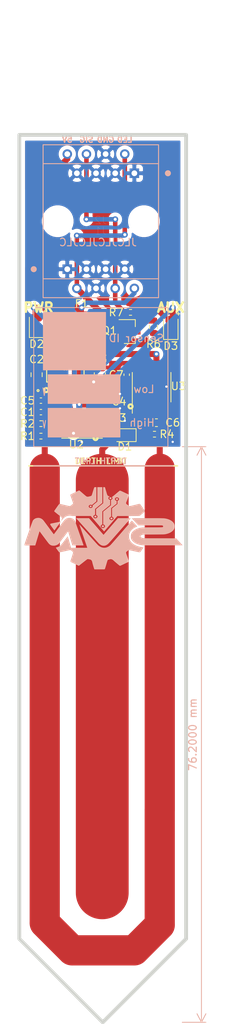
<source format=kicad_pcb>
(kicad_pcb (version 20211014) (generator pcbnew)
  (layers (0 "F.Cu" signal) (31 "B.Cu" signal) (34 "B.Paste" user) (35 "F.Paste" user) (36 "B.SilkS" user "B.Silkscreen") (37 "F.SilkS" user "F.Silkscreen") (38 "B.Mask" user) (39 "F.Mask" user) (44 "Edge.Cuts" user))
  (net 0 "")
  (net 1 "GND")
  (net 2 "Net-(C1-Pad1)")
  (net 3 "VCC")
  (net 4 "+5V")
  (net 5 "Net-(C5-Pad1)")
  (net 6 "Net-(C6-Pad1)")
  (net 7 "Sig")
  (net 8 "Net-(R1-Pad2)")
  (net 9 "MoistureSensor")
  (net 10 "Net-(U3-Pad8)")
  (net 11 "Net-(U3-Pad5)")
  (net 12 "Net-(U3-Pad1)")
  (net 13 "Net-(R3-Pad2)")
  (net 14 "Net-(C2-Pad1)")
  (net 15 "Net-(D2-Pad1)")
  (net 16 "Net-(D3-Pad1)")
  (net 17 "LED_AUX")
  (net 18 "Net-(Q1-Pad1)")
  (net 19 "Net-(Q1-Pad3)")
  (footprint "Capacitor_SMD:C_0402_1005Metric" (layer "F.Cu") (at 132.3975 72.263 180)
    (fp_text reference "C1" (at 1.778 0) (layer "F.SilkS"))
    (fp_text value "470pF")
    (pad "1" smd roundrect locked (at -0.48 0 180) (size 0.56 0.62) (layers "F.Cu" "F.Paste" "F.Mask") (net 2 "Net-(C1-Pad1)"))
    (pad "2" smd roundrect locked (at 0.48 0 180) (size 0.56 0.62) (layers "F.Cu" "F.Paste" "F.Mask") (net 1 "GND"))
  )
  (footprint "Capacitor_SMD:C_0805_2012Metric" (layer "F.Cu") (at 131.826 67.31 -90)
    (fp_text reference "C2" (at -2.032 0 180) (layer "F.SilkS"))
    (fp_text value "10uF")
    (pad "1" smd roundrect locked (at -0.95 0 270) (size 1 1.45) (layers "F.Cu" "F.Paste" "F.Mask") (net 14 "Net-(C2-Pad1)"))
    (pad "2" smd roundrect locked (at 0.95 0 270) (size 1 1.45) (layers "F.Cu" "F.Paste" "F.Mask") (net 1 "GND"))
  )
  (footprint "Capacitor_SMD:C_0805_2012Metric" (layer "F.Cu") (at 140.208 67.31 90)
    (fp_text reference "C3" (at 2.032 0 180) (layer "F.SilkS"))
    (fp_text value "10uF")
    (pad "1" smd roundrect locked (at -0.95 0 90) (size 1 1.45) (layers "F.Cu" "F.Paste" "F.Mask") (net 4 "+5V"))
    (pad "2" smd roundrect locked (at 0.95 0 90) (size 1 1.45) (layers "F.Cu" "F.Paste" "F.Mask") (net 1 "GND"))
  )
  (footprint "Capacitor_SMD:C_0402_1005Metric" (layer "F.Cu") (at 141.351 70.739 -90)
    (fp_text reference "C4" (at 0.127 -1.397 180) (layer "F.SilkS"))
    (fp_text value "100nF")
    (pad "1" smd roundrect locked (at -0.48 0 270) (size 0.56 0.62) (layers "F.Cu" "F.Paste" "F.Mask") (net 1 "GND"))
    (pad "2" smd roundrect locked (at 0.48 0 270) (size 0.56 0.62) (layers "F.Cu" "F.Paste" "F.Mask") (net 4 "+5V"))
  )
  (footprint "Capacitor_SMD:C_0402_1005Metric" (layer "F.Cu") (at 132.3975 70.739 180)
    (fp_text reference "C5" (at 1.778 0) (layer "F.SilkS"))
    (fp_text value "10nF")
    (pad "1" smd roundrect locked (at -0.48 0 180) (size 0.56 0.62) (layers "F.Cu" "F.Paste" "F.Mask") (net 5 "Net-(C5-Pad1)"))
    (pad "2" smd roundrect locked (at 0.48 0 180) (size 0.56 0.62) (layers "F.Cu" "F.Paste" "F.Mask") (net 1 "GND"))
  )
  (footprint "Capacitor_SMD:C_0603_1608Metric" (layer "F.Cu") (at 147.701 73.66)
    (fp_text reference "C6" (at 2.159 0) (layer "F.SilkS"))
    (fp_text value "1uF")
    (pad "1" smd roundrect locked (at -0.775 0) (size 0.9 0.95) (layers "F.Cu" "F.Paste" "F.Mask") (net 6 "Net-(C6-Pad1)"))
    (pad "2" smd roundrect locked (at 0.775 0) (size 0.9 0.95) (layers "F.Cu" "F.Paste" "F.Mask") (net 1 "GND"))
  )
  (footprint "Capacitor_SMD:C_0402_1005Metric" (layer "F.Cu") (at 143.764 67.31 -90)
    (fp_text reference "C7" (at 0 1.397 180) (layer "F.SilkS"))
    (fp_text value "100nF")
    (pad "1" smd roundrect locked (at -0.48 0 270) (size 0.56 0.62) (layers "F.Cu" "F.Paste" "F.Mask") (net 1 "GND"))
    (pad "2" smd roundrect locked (at 0.48 0 270) (size 0.56 0.62) (layers "F.Cu" "F.Paste" "F.Mask") (net 4 "+5V"))
  )
  (footprint "Diode_SMD:D_SOD-323F" (layer "F.Cu") (at 143.51 75.311 180)
    (fp_text reference "D1" (at 0 -1.524) (layer "F.SilkS"))
    (fp_text value "1N4148")
    (pad "1" smd rect locked (at -1.1 0 180) (size 0.5 0.5) (layers "F.Cu" "F.Paste" "F.Mask") (net 6 "Net-(C6-Pad1)"))
    (pad "2" smd rect locked (at 1.1 0 180) (size 0.5 0.5) (layers "F.Cu" "F.Paste" "F.Mask") (net 9 "MoistureSensor"))
  )
  (footprint "Resistor_SMD:R_0402_1005Metric" (layer "F.Cu") (at 132.3975 75.438 180)
    (fp_text reference "R1" (at 1.778 0) (layer "F.SilkS"))
    (fp_text value "330")
    (pad "1" smd roundrect locked (at -0.51 0 180) (size 0.54 0.64) (layers "F.Cu" "F.Paste" "F.Mask") (net 4 "+5V"))
    (pad "2" smd roundrect locked (at 0.51 0 180) (size 0.54 0.64) (layers "F.Cu" "F.Paste" "F.Mask") (net 8 "Net-(R1-Pad2)"))
  )
  (footprint "Resistor_SMD:R_0402_1005Metric" (layer "F.Cu") (at 132.3975 73.787 180)
    (fp_text reference "R2" (at 1.778 0 180) (layer "F.SilkS"))
    (fp_text value "1.5k")
    (pad "1" smd roundrect locked (at -0.51 0 180) (size 0.54 0.64) (layers "F.Cu" "F.Paste" "F.Mask") (net 8 "Net-(R1-Pad2)"))
    (pad "2" smd roundrect locked (at 0.51 0 180) (size 0.54 0.64) (layers "F.Cu" "F.Paste" "F.Mask") (net 2 "Net-(C1-Pad1)"))
  )
  (footprint "Resistor_SMD:R_0402_1005Metric" (layer "F.Cu") (at 141.351 73.025 90)
    (fp_text reference "R3" (at 0 1.397 180) (layer "F.SilkS"))
    (fp_text value "10k")
    (pad "1" smd roundrect locked (at -0.51 0 90) (size 0.54 0.64) (layers "F.Cu" "F.Paste" "F.Mask") (net 9 "MoistureSensor"))
    (pad "2" smd roundrect locked (at 0.51 0 90) (size 0.54 0.64) (layers "F.Cu" "F.Paste" "F.Mask") (net 13 "Net-(R3-Pad2)"))
  )
  (footprint "Resistor_SMD:R_0402_1005Metric" (layer "F.Cu") (at 147.447 75.184)
    (fp_text reference "R4" (at 1.651 0) (layer "F.SilkS"))
    (fp_text value "1M")
    (pad "1" smd roundrect locked (at -0.51 0) (size 0.54 0.64) (layers "F.Cu" "F.Paste" "F.Mask") (net 6 "Net-(C6-Pad1)"))
    (pad "2" smd roundrect locked (at 0.51 0) (size 0.54 0.64) (layers "F.Cu" "F.Paste" "F.Mask") (net 1 "GND"))
  )
  (footprint "HT75501SOT89TRLF:HT7550-1-SOT89TRLF" (layer "F.Cu") (at 135.636 66.802)
    (fp_text reference "U1" (at 2.286 -2.286) (layer "F.SilkS"))
    (fp_text value "HT7550" hide)
    (fp_text user "*" (at 0 0) (layer "F.SilkS"))
    (fp_line (start 0.2794 1.3716) (end 0.2794 1.3462) (layer "F.Cu") (width 0.1524))
    (fp_line (start 0.9398 -3.0226) (end 0.9398 0.7366) (layer "F.Cu") (width 0.1524))
    (fp_line (start 0.2794 1.3462) (end -0.2794 1.3462) (layer "F.Cu") (width 0.1524))
    (fp_line (start -0.9398 -3.0226) (end 0.9398 -3.0226) (layer "F.Cu") (width 0.1524))
    (fp_line (start -0.2794 1.3462) (end -0.2794 1.3462) (layer "F.Cu") (width 0.1524))
    (fp_line (start -0.2794 1.3462) (end -0.9398 0.7366) (layer "F.Cu") (width 0.1524))
    (fp_line (start -0.9398 0.7366) (end -0.9398 -3.0226) (layer "F.Cu") (width 0.1524))
    (fp_line (start 0.9398 0.7366) (end 0.2794 1.3716) (layer "F.Cu") (width 0.1524))
    (pad "1" smd rect locked (at -1.4986 2.0447) (size 0.4826 1.397) (layers "F.Cu" "F.Paste" "F.Mask") (net 1 "GND"))
    (pad "2" smd rect locked (at 0 2.0447) (size 0.5588 1.397) (layers "F.Cu" "F.Paste" "F.Mask") (net 14 "Net-(C2-Pad1)"))
    (pad "3" smd rect locked (at 1.4986 2.0447) (size 0.4826 1.397) (layers "F.Cu" "F.Paste" "F.Mask") (net 4 "+5V"))
  )
  (footprint "Package_SO:SOIC-8_3.9x4.9mm_P1.27mm" (layer "F.Cu") (at 137.0965 73.152 180)
    (fp_text reference "U2" (at 0 -3.4) (layer "F.SilkS"))
    (fp_text value "TLC555CDR")
    (pad "1" smd roundrect locked (at -2.475 -1.905 180) (size 1.95 0.6) (layers "F.Cu" "F.Paste" "F.Mask") (net 1 "GND"))
    (pad "2" smd roundrect locked (at -2.475 -0.635 180) (size 1.95 0.6) (layers "F.Cu" "F.Paste" "F.Mask") (net 2 "Net-(C1-Pad1)"))
    (pad "3" smd roundrect locked (at -2.475 0.635 180) (size 1.95 0.6) (layers "F.Cu" "F.Paste" "F.Mask") (net 13 "Net-(R3-Pad2)"))
    (pad "4" smd roundrect locked (at -2.475 1.905 180) (size 1.95 0.6) (layers "F.Cu" "F.Paste" "F.Mask") (net 4 "+5V"))
    (pad "5" smd roundrect locked (at 2.475 1.905 180) (size 1.95 0.6) (layers "F.Cu" "F.Paste" "F.Mask") (net 5 "Net-(C5-Pad1)"))
    (pad "6" smd roundrect locked (at 2.475 0.635 180) (size 1.95 0.6) (layers "F.Cu" "F.Paste" "F.Mask") (net 2 "Net-(C1-Pad1)"))
    (pad "7" smd roundrect locked (at 2.475 -0.635 180) (size 1.95 0.6) (layers "F.Cu" "F.Paste" "F.Mask") (net 8 "Net-(R1-Pad2)"))
    (pad "8" smd roundrect locked (at 2.475 -1.905 180) (size 1.95 0.6) (layers "F.Cu" "F.Paste" "F.Mask") (net 4 "+5V"))
  )
  (footprint "Package_SO:SOIC-8_3.9x4.9mm_P1.27mm" (layer "F.Cu") (at 147.066 68.961 90)
    (fp_text reference "U3" (at 0.127 3.556 180) (layer "F.SilkS"))
    (fp_text value "OP07")
    (pad "1" smd roundrect locked (at -2.475 -1.905 90) (size 1.95 0.6) (layers "F.Cu" "F.Paste" "F.Mask") (net 12 "Net-(U3-Pad1)"))
    (pad "2" smd roundrect locked (at -2.475 -0.635 90) (size 1.95 0.6) (layers "F.Cu" "F.Paste" "F.Mask") (net 7 "Sig"))
    (pad "3" smd roundrect locked (at -2.475 0.635 90) (size 1.95 0.6) (layers "F.Cu" "F.Paste" "F.Mask") (net 6 "Net-(C6-Pad1)"))
    (pad "4" smd roundrect locked (at -2.475 1.905 90) (size 1.95 0.6) (layers "F.Cu" "F.Paste" "F.Mask") (net 1 "GND"))
    (pad "5" smd roundrect locked (at 2.475 1.905 90) (size 1.95 0.6) (layers "F.Cu" "F.Paste" "F.Mask") (net 11 "Net-(U3-Pad5)"))
    (pad "6" smd roundrect locked (at 2.475 0.635 90) (size 1.95 0.6) (layers "F.Cu" "F.Paste" "F.Mask") (net 7 "Sig"))
    (pad "7" smd roundrect locked (at 2.475 -0.635 90) (size 1.95 0.6) (layers "F.Cu" "F.Paste" "F.Mask") (net 4 "+5V"))
    (pad "8" smd roundrect locked (at 2.475 -1.905 90) (size 1.95 0.6) (layers "F.Cu" "F.Paste" "F.Mask") (net 10 "Net-(U3-Pad8)"))
  )
  (footprint "Resistor_SMD:R_0603_1608Metric" (layer "F.Cu") (at 147.32 60.96 90)
    (fp_text reference "R6" (at -2.286 0 180) (layer "F.SilkS"))
    (fp_text value "1.1k")
    (pad "1" smd roundrect locked (at -0.825 0 90) (size 0.8 0.95) (layers "F.Cu" "F.Paste" "F.Mask") (net 16 "Net-(D3-Pad1)"))
    (pad "2" smd roundrect locked (at 0.825 0 90) (size 0.8 0.95) (layers "F.Cu" "F.Paste" "F.Mask") (net 19 "Net-(Q1-Pad3)"))
  )
  (footprint "Resistor_SMD:R_0402_1005Metric" (layer "F.Cu") (at 144.27 59.055 180)
    (fp_text reference "R7" (at 1.905 0) (layer "F.SilkS"))
    (fp_text value "10k")
    (pad "1" smd roundrect locked (at -0.51 0 180) (size 0.54 0.64) (layers "F.Cu" "F.Paste" "F.Mask") (net 18 "Net-(Q1-Pad1)"))
    (pad "2" smd roundrect locked (at 0.51 0 180) (size 0.54 0.64) (layers "F.Cu" "F.Paste" "F.Mask") (net 17 "LED_AUX"))
  )
  (footprint "Package_TO_SOT_SMD:SOT-23" (layer "F.Cu") (at 144.145 61.595)
    (fp_text reference "Q1" (at -2.667 -0.127) (layer "F.SilkS"))
    (fp_text value "Q_NPN_BEC")
    (pad "1" smd rect locked (at -1 -0.95) (size 0.9 0.8) (layers "F.Cu" "F.Paste" "F.Mask") (net 18 "Net-(Q1-Pad1)"))
    (pad "2" smd rect locked (at -1 0.95) (size 0.9 0.8) (layers "F.Cu" "F.Paste" "F.Mask") (net 1 "GND"))
    (pad "3" smd rect locked (at 1 0) (size 0.9 0.8) (layers "F.Cu" "F.Paste" "F.Mask") (net 19 "Net-(Q1-Pad3)"))
  )
  (footprint "Fuse:Fuse_1206_3216Metric" (layer "F.Cu") (at 137.795 60.96 90)
    (fp_text reference "F1" (at 3.048 0 180) (layer "F.SilkS"))
    (fp_text value "50mA")
    (pad "1" smd roundrect locked (at -1.4 0 90) (size 1.25 1.75) (layers "F.Cu" "F.Paste" "F.Mask") (roundrect_rratio 0.2) (net 14 "Net-(C2-Pad1)"))
    (pad "2" smd roundrect locked (at 1.4 0 90) (size 1.25 1.75) (layers "F.Cu" "F.Paste" "F.Mask") (roundrect_rratio 0.2) (net 3 "VCC"))
  )
  (footprint "LED_SMD:LED_0805_2012Metric" (layer "F.Cu") (at 131.826 60.706 90)
    (fp_text reference "D2" (at -2.54 0 180) (layer "F.SilkS"))
    (fp_text value "RED LED")
    (pad "1" smd roundrect locked (at -0.9375 0 90) (size 0.975 1.4) (layers "F.Cu" "F.Paste" "F.Mask") (net 15 "Net-(D2-Pad1)"))
    (pad "2" smd roundrect locked (at 0.9375 0 90) (size 0.975 1.4) (layers "F.Cu" "F.Paste" "F.Mask") (net 4 "+5V"))
  )
  (footprint "LED_SMD:LED_0805_2012Metric" (layer "F.Cu") (at 149.606 60.96 90)
    (fp_text reference "D3" (at -2.54 0 180) (layer "F.SilkS"))
    (fp_text value "BLUE LED")
    (pad "1" smd roundrect locked (at -0.9375 0 90) (size 0.975 1.4) (layers "F.Cu" "F.Paste" "F.Mask") (net 16 "Net-(D3-Pad1)"))
    (pad "2" smd roundrect locked (at 0.9375 0 90) (size 0.975 1.4) (layers "F.Cu" "F.Paste" "F.Mask") (net 4 "+5V"))
  )
  (footprint "Resistor_SMD:R_0603_1608Metric" (layer "F.Cu") (at 134.62 60.706 90)
    (fp_text reference "R5" (at -2.032 0 180) (layer "F.SilkS"))
    (fp_text value "1.1k")
    (pad "1" smd roundrect locked (at -0.825 0 90) (size 0.8 0.95) (layers "F.Cu" "F.Paste" "F.Mask") (net 15 "Net-(D2-Pad1)"))
    (pad "2" smd roundrect locked (at 0.825 0 90) (size 0.8 0.95) (layers "F.Cu" "F.Paste" "F.Mask") (net 1 "GND"))
  )
  (footprint "logo:logo" (layer "B.Cu") (at 140.716 87.63 180)
    (fp_text reference "G***" hide)
    (fp_text value "LOGO" hide)
  )
  (footprint "54602-908LF:AMPHENOL_54602-908LF" (layer "B.Cu") (at 140.335 46.99)
    (fp_text reference "J1" (at 0 1.27) (layer "B.SilkS") (effects (font (size 1.001598 1.001598) (thickness 0.015)) (justify mirror)))
    (fp_text value "RJ45")
    (pad "" np_thru_hole circle locked (at -5.715 0) (size 3.2 3.2) (drill 3.2) (layers *.Cu *.Mask))
    (pad "" np_thru_hole circle locked (at 5.715 0) (size 3.2 3.2) (drill 3.2) (layers *.Cu *.Mask))
    (pad "1" thru_hole rect locked (at -4.445 6.35) (size 1.268 1.268) (drill 0.76) (layers *.Cu *.Mask) (net 1 "GND"))
    (pad "2" thru_hole circle locked (at -3.175 8.89) (size 1.268 1.268) (drill 0.76) (layers *.Cu *.Mask) (net 7 "Sig"))
    (pad "3" thru_hole circle locked (at -1.905 6.35) (size 1.268 1.268) (drill 0.76) (layers *.Cu *.Mask) (net 1 "GND"))
    (pad "4" thru_hole circle locked (at -0.635 8.89) (size 1.268 1.268) (drill 0.76) (layers *.Cu *.Mask) (net 1 "GND"))
    (pad "5" thru_hole circle locked (at 0.635 6.35) (size 1.268 1.268) (drill 0.76) (layers *.Cu *.Mask) (net 1 "GND"))
    (pad "6" thru_hole circle locked (at 1.905 8.89) (size 1.268 1.268) (drill 0.76) (layers *.Cu *.Mask) (net 17 "LED_AUX"))
    (pad "7" thru_hole circle locked (at 3.175 6.35) (size 1.268 1.268) (drill 0.76) (layers *.Cu *.Mask) (net 1 "GND"))
    (pad "8" thru_hole circle locked (at 4.445 8.89) (size 1.268 1.268) (drill 0.76) (layers *.Cu *.Mask) (net 3 "VCC"))
  )
  (footprint "54602-908LF:AMPHENOL_54602-908LF" (layer "B.Cu") (at 140.335 46.99 180)
    (fp_text reference "J2" (at 0 0.127) (layer "B.SilkS") (effects (font (size 1.001598 1.001598) (thickness 0.015)) (justify mirror)))
    (fp_text value "RJ45")
    (pad "" np_thru_hole circle locked (at -5.715 0 180) (size 3.2 3.2) (drill 3.2) (layers *.Cu *.Mask))
    (pad "" np_thru_hole circle locked (at 5.715 0 180) (size 3.2 3.2) (drill 3.2) (layers *.Cu *.Mask))
    (pad "1" thru_hole rect locked (at -4.445 6.35 180) (size 1.268 1.268) (drill 0.76) (layers *.Cu *.Mask) (net 1 "GND"))
    (pad "2" thru_hole circle locked (at -3.175 8.89 180) (size 1.268 1.268) (drill 0.76) (layers *.Cu *.Mask) (net 7 "Sig"))
    (pad "3" thru_hole circle locked (at -1.905 6.35 180) (size 1.268 1.268) (drill 0.76) (layers *.Cu *.Mask) (net 1 "GND"))
    (pad "4" thru_hole circle locked (at -0.635 8.89 180) (size 1.268 1.268) (drill 0.76) (layers *.Cu *.Mask) (net 1 "GND"))
    (pad "5" thru_hole circle locked (at 0.635 6.35 180) (size 1.268 1.268) (drill 0.76) (layers *.Cu *.Mask) (net 1 "GND"))
    (pad "6" thru_hole circle locked (at 1.905 8.89 180) (size 1.268 1.268) (drill 0.76) (layers *.Cu *.Mask) (net 17 "LED_AUX"))
    (pad "7" thru_hole circle locked (at 3.175 6.35 180) (size 1.268 1.268) (drill 0.76) (layers *.Cu *.Mask) (net 1 "GND"))
    (pad "8" thru_hole circle locked (at 4.445 8.89 180) (size 1.268 1.268) (drill 0.76) (layers *.Cu *.Mask) (net 3 "VCC"))
  )
  (gr_line (start 131.445 79.375) (end 149.86 79.375) (layer "B.SilkS") (width 0.2))
  (gr_poly (pts (xy 142.875 67.31) (xy 133.35 67.31) (xy 133.35 71.12) (xy 142.875 71.12)) (layer "B.SilkS") (width 0.1) (fill solid))
  (gr_line (start 131.445 76.835) (end 149.225 76.835) (layer "B.SilkS") (width 0.12))
  (gr_poly (pts (xy 140.97 59.055) (xy 132.715 59.055) (xy 132.715 66.675) (xy 140.97 66.675)) (layer "B.SilkS") (width 0.1) (fill solid))
  (gr_poly (pts (xy 142.875 71.755) (xy 133.35 71.755) (xy 133.35 75.565) (xy 142.875 75.565)) (layer "B.SilkS") (width 0.1) (fill solid))
  (gr_line (start 149.225 58.42) (end 149.225 63.5) (layer "B.SilkS") (width 0.12))
  (gr_line (start 131.445 58.42) (end 149.225 58.42) (layer "B.SilkS") (width 0.12))
  (gr_line (start 149.225 79.375) (end 132.715 79.375) (layer "B.SilkS") (width 0.12))
  (gr_line (start 131.445 63.5) (end 131.445 58.42) (layer "B.SilkS") (width 0.12))
  (gr_line (start 149.225 76.835) (end 149.225 63.5) (layer "B.SilkS") (width 0.12))
  (gr_line (start 131.445 63.5) (end 131.445 76.835) (layer "B.SilkS") (width 0.12))
  (gr_circle (center 133.096 69.342) (end 133.223 69.342) (layer "F.SilkS") (width 0.2794) (fill none))
  (gr_line (start 150.4315 59.2455) (end 150.8125 59.2455) (layer "F.SilkS") (width 0.12))
  (gr_line (start 150.622 59.055) (end 150.622 59.436) (layer "F.SilkS") (width 0.12))
  (gr_circle (center 139.6365 75.692) (end 139.7635 75.692) (layer "F.SilkS") (width 0.2794) (fill none))
  (gr_line (start 132.6515 58.9915) (end 133.0325 58.9915) (layer "F.SilkS") (width 0.12))
  (gr_line (start 130.81 79.375) (end 150.495 79.375) (layer "F.SilkS") (width 0.2))
  (gr_line (start 141.732 75.057) (end 141.732 75.438) (layer "F.SilkS") (width 0.12))
  (gr_line (start 141.5415 75.2475) (end 141.9225 75.2475) (layer "F.SilkS") (width 0.12))
  (gr_line (start 132.842 58.801) (end 132.842 59.182) (layer "F.SilkS") (width 0.12))
  (gr_circle (center 144.272 71.501) (end 144.399 71.501) (layer "F.SilkS") (width 0.2794) (fill none))
  (gr_line (start 151.638 141.986) (end 140.589 153.035) (layer "Edge.Cuts") (width 0.5))
  (gr_line (start 129.54 141.986) (end 129.54 35.56) (layer "Edge.Cuts") (width 0.5))
  (gr_line (start 151.638 141.986) (end 151.638 35.56) (layer "Edge.Cuts") (width 0.5))
  (gr_line (start 129.54 35.56) (end 151.638 35.56) (layer "Edge.Cuts") (width 0.5))
  (gr_line (start 129.54 141.986) (end 140.589 153.035) (layer "Edge.Cuts") (width 0.5))
  (gr_text "DEPTH LIMIT" (at 140.335 78.74) (layer "B.SilkS") (effects (font (size 0.75 0.75)) (justify mirror)))
  (gr_text "Sensor ID" (at 145.034 62.484) (layer "B.SilkS") (effects (font (size 1 1)) (justify mirror)))
  (gr_text "High" (at 145.796 73.66) (layer "B.SilkS") (effects (font (size 1 1)) (justify mirror)))
  (gr_text "Low" (at 146.05 69.215) (layer "B.SilkS") (effects (font (size 1 1)) (justify mirror)))
  (gr_text "SIG" (at 138.43 36.195) (layer "B.SilkS") (effects (font (size 0.75 0.75) (thickness 0.1875)) (justify mirror)))
  (gr_text "LED" (at 143.51 36.195) (layer "B.SilkS") (effects (font (size 0.75 0.75) (thickness 0.1875)) (justify mirror)))
  (gr_text "V" (at 132.842 73.914) (layer "B.SilkS") (effects (font (size 1 0.5) (thickness 0.125)) (justify mirror)))
  (gr_text "GND" (at 140.97 36.195) (layer "B.SilkS") (effects (font (size 0.75 0.75) (thickness 0.1875)) (justify mirror)))
  (gr_text "V" (at 132.842 69.596) (layer "B.SilkS") (effects (font (size 1 0.5) (thickness 0.125)) (justify mirror)))
  (gr_text "JLCJLCJLCJLC" (at 139.954 49.784) (layer "B.SilkS") (effects (font (size 1 1)) (justify mirror)))
  (gr_text "5V" (at 135.89 36.195) (layer "B.SilkS") (effects (font (size 0.75 0.75) (thickness 0.1875)) (justify mirror)))
  (gr_text "AUX" (at 149.606 58.42) (layer "F.SilkS") (effects (font (size 1.25 1.25) (thickness 0.3125))))
  (gr_text "PWR" (at 132.08 58.42) (layer "F.SilkS") (effects (font (size 1.25 1.25) (thickness 0.3125))))
  (gr_text "DEPTH LIMIT" (at 140.335 78.74) (layer "F.SilkS") (effects (font (size 0.75 0.75))))
  (dimension (type aligned) (layer "B.SilkS") (pts (xy 151.13 153.035) (xy 151.13 76.835)) (height 2.54) (gr_text "76.2000 mm" (at 152.52 114.935 90) (layer "B.SilkS") (effects (font (size 1 1) (thickness 0.15)))) (format (units 2) (units_format 1) (precision 4)) (style (thickness 0.12) (arrow_length 1.27) (text_position_mode 0) (extension_height 0.58642) (extension_offset 0) keep_text_aligned))
  (segment (start 148.142001 79.752) (end 148.142001 76.647999) (width 0.8) (layer "F.Cu") (net 1))
  (segment (start 142.466 70.259) (end 142.875 69.85) (width 0.6) (layer "F.Cu") (net 1))
  (segment (start 143.764 66.83) (end 142.522 66.83) (width 0.6) (layer "F.Cu") (net 1))
  (segment (start 132.902001 79.752) (end 132.902001 76.835) (width 0.8) (layer "F.Cu") (net 1))
  (segment (start 141.351 70.259) (end 142.466 70.259) (width 0.6) (layer "F.Cu") (net 1))
  (segment (start 144.78 143.51) (end 148.142001 140.147999) (width 4) (layer "F.Cu") (net 1))
  (segment (start 148.142001 140.147999) (end 148.142001 124.907999) (width 4) (layer "F.Cu") (net 1))
  (segment (start 136.525 143.51) (end 144.78 143.51) (width 4) (layer "F.Cu") (net 1))
  (segment (start 148.1455 124.9045) (end 148.1455 79.748501) (width 4) (layer "F.Cu") (net 1))
  (segment (start 132.902001 139.887001) (end 136.525 143.51) (width 4) (layer "F.Cu") (net 1))
  (segment (start 132.902001 79.752) (end 132.902001 139.887001) (width 4) (layer "F.Cu") (net 1))
  (via (at 142.875 71.755) (size 0.6) (drill 0.3) (layers "F.Cu" "B.Cu") (net 1))
  (via (at 149.0218 68.8848) (size 0.6) (drill 0.3) (layers "F.Cu" "B.Cu") (net 1))
  (via (at 143.51 73.406) (size 0.6) (drill 0.3) (layers "F.Cu" "B.Cu") (net 1))
  (via (at 137.795 76.2) (size 0.6) (drill 0.3) (layers "F.Cu" "B.Cu") (net 1))
  (via (at 149.86 76.2) (size 0.6) (drill 0.3) (layers "F.Cu" "B.Cu") (net 1))
  (via (at 142.875 69.85) (size 0.6) (drill 0.3) (layers "F.Cu" "B.Cu") (net 1))
  (segment (start 133.1315 72.517) (end 132.8775 72.263) (width 0.6) (layer "F.Cu") (net 2))
  (segment (start 131.8875 73.535) (end 132.8775 72.545) (width 0.6) (layer "F.Cu") (net 2))
  (segment (start 137.2235 73.787) (end 139.5715 73.787) (width 0.8) (layer "F.Cu") (net 2))
  (segment (start 135.9535 72.517) (end 137.2235 73.787) (width 0.8) (layer "F.Cu") (net 2))
  (segment (start 134.6215 72.517) (end 133.1315 72.517) (width 0.6) (layer "F.Cu") (net 2))
  (segment (start 134.6215 72.517) (end 135.9535 72.517) (width 0.8) (layer "F.Cu") (net 2))
  (segment (start 131.8875 73.66) (end 131.8875 73.408) (width 0.6) (layer "F.Cu") (net 2))
  (segment (start 132.8775 72.545) (end 132.8775 72.263) (width 0.6) (layer "F.Cu") (net 2))
  (segment (start 137.795 58.42) (end 137.795 59.56) (width 0.6) (layer "F.Cu") (net 3))
  (segment (start 135.89 38.735) (end 135.89 38.1) (width 0.8) (layer "F.Cu") (net 3))
  (segment (start 137.665 58.55) (end 137.665 59.56) (width 0.8) (layer "F.Cu") (net 3))
  (segment (start 137.665 58.925) (end 131.318 52.578) (width 0.8) (layer "F.Cu") (net 3))
  (segment (start 137.795 58.42) (end 137.665 58.55) (width 0.8) (layer "F.Cu") (net 3))
  (segment (start 131.318 52.578) (end 131.318 43.307) (width 0.8) (layer "F.Cu") (net 3))
  (segment (start 131.318 43.307) (end 135.89 38.735) (width 0.8) (layer "F.Cu") (net 3))
  (via (at 137.795 58.42) (size 0.8) (drill 0.4) (layers "F.Cu" "B.Cu") (net 3))
  (segment (start 143.51 57.785) (end 144.78 56.515) (width 0.6) (layer "B.Cu") (net 3))
  (segment (start 138.43 57.785) (end 143.51 57.785) (width 0.6) (layer "B.Cu") (net 3))
  (segment (start 137.795 58.42) (end 138.43 57.785) (width 0.6) (layer "B.Cu") (net 3))
  (segment (start 144.78 56.515) (end 144.78 55.88) (width 0.6) (layer "B.Cu") (net 3))
  (segment (start 134.6215 75.057) (end 134.6215 75.057) (width 0.8) (layer "F.Cu") (net 4))
  (segment (start 139.385 68.26) (end 143.825 68.26) (width 0.8) (layer "F.Cu") (net 4))
  (segment (start 139.5995 71.219) (end 139.5715 71.247) (width 0.8) (layer "F.Cu") (net 4))
  (segment (start 137.4775 69.5325) (end 137.16 69.215) (width 0.8) (layer "F.Cu") (net 4))
  (segment (start 137.16 68.453) (end 137.16 69.215) (width 0.8) (layer "F.Cu") (net 4))
  (segment (start 143.825 68.26) (end 145.989 68.26) (width 0.8) (layer "F.Cu") (net 4))
  (segment (start 137.4673 68.26) (end 139.385 68.26) (width 0.8) (layer "F.Cu") (net 4))
  (segment (start 136.7155 75.057) (end 134.6215 75.057) (width 0.8) (layer "F.Cu") (net 4))
  (segment (start 131.699 60.0225) (end 131.699 58.42) (width 0.8) (layer "F.Cu") (net 4))
  (segment (start 137.4775 71.247) (end 137.4775 69.5325) (width 0.8) (layer "F.Cu") (net 4))
  (segment (start 134.2405 75.438) (end 134.6215 75.057) (width 0.8) (layer "F.Cu") (net 4))
  (segment (start 149.86 60.0225) (end 149.86 58.42) (width 0.8) (layer "F.Cu") (net 4))
  (segment (start 145.989 68.26) (end 146.431 67.818) (width 0.8) (layer "F.Cu") (net 4))
  (segment (start 146.431 67.818) (end 146.431 66.486) (width 0.8) (layer "F.Cu") (net 4))
  (segment (start 141.4145 71.219) (end 139.5995 71.219) (width 0.8) (layer "F.Cu") (net 4))
  (segment (start 139.5715 71.247) (end 137.4775 71.247) (width 0.8) (layer "F.Cu") (net 4))
  (segment (start 143.764 67.79) (end 143.764 68.199) (width 0.6) (layer "F.Cu") (net 4))
  (segment (start 132.9075 75.438) (end 134.2405 75.438) (width 0.8) (layer "F.Cu") (net 4))
  (segment (start 143.764 68.199) (end 143.825 68.26) (width 0.6) (layer "F.Cu") (net 4))
  (via (at 136.7155 75.057) (size 0.8) (drill 0.4) (layers "F.Cu" "B.Cu") (net 4))
  (via (at 149.86 58.42) (size 0.8) (drill 0.4) (layers "F.Cu" "B.Cu") (net 4))
  (via (at 137.4775 71.247) (size 0.8) (drill 0.4) (layers "F.Cu" "B.Cu") (net 4))
  (via (at 131.445 58.42) (size 0.8) (drill 0.4) (layers "F.Cu" "B.Cu") (net 4))
  (via (at 139.385 68.26) (size 0.8) (drill 0.4) (layers "F.Cu" "B.Cu") (net 4))
  (segment (start 136.7155 73.406) (end 136.7155 75.057) (width 0.8) (layer "B.Cu") (net 4))
  (segment (start 140.208 68.26) (end 140.208 68.072) (width 0.6) (layer "B.Cu") (net 4))
  (segment (start 136.84 63.815) (end 131.445 58.42) (width 0.6) (layer "B.Cu") (net 4))
  (segment (start 140.208 68.072) (end 149.86 58.42) (width 0.6) (layer "B.Cu") (net 4))
  (segment (start 139.385 68.26) (end 136.84 68.26) (width 0.8) (layer "B.Cu") (net 4))
  (segment (start 139.385 68.26) (end 140.208 68.26) (width 0.8) (layer "B.Cu") (net 4))
  (segment (start 137.4775 72.644) (end 136.7155 73.406) (width 0.8) (layer "B.Cu") (net 4))
  (segment (start 137.4775 71.247) (end 137.4775 72.644) (width 0.8) (layer "B.Cu") (net 4))
  (segment (start 136.84 68.26) (end 136.84 63.815) (width 0.6) (layer "B.Cu") (net 4))
  (segment (start 133.223 71.247) (end 134.6215 71.247) (width 0.8) (layer "F.Cu") (net 5))
  (segment (start 132.8775 70.739) (end 132.8775 70.9015) (width 0.8) (layer "F.Cu") (net 5))
  (segment (start 132.8775 70.9015) (end 133.223 71.247) (width 0.8) (layer "F.Cu") (net 5))
  (segment (start 146.926 73.419) (end 147.701 72.644) (width 0.8) (layer "F.Cu") (net 6))
  (segment (start 146.926 73.66) (end 146.926 73.419) (width 0.8) (layer "F.Cu") (net 6))
  (segment (start 146.937 75.184) (end 144.737 75.184) (width 0.8) (layer "F.Cu") (net 6))
  (segment (start 144.737 75.184) (end 144.61 75.311) (width 0.8) (layer "F.Cu") (net 6))
  (segment (start 146.926 73.66) (end 146.926 75.173) (width 0.8) (layer "F.Cu") (net 6))
  (segment (start 146.926 75.173) (end 146.937 75.184) (width 0.8) (layer "F.Cu") (net 6))
  (segment (start 147.701 72.644) (end 147.701 71.436) (width 0.8) (layer "F.Cu") (net 6))
  (segment (start 147.701 68.7324) (end 146.431 70.0024) (width 0.6) (layer "F.Cu") (net 7))
  (segment (start 146.431 70.0024) (end 146.431 71.436) (width 0.6) (layer "F.Cu") (net 7))
  (segment (start 143.51 42.545) (end 143.51 38.1) (width 0.6) (layer "F.Cu") (net 7))
  (segment (start 143.383 48.895) (end 143.51 48.768) (width 0.6) (layer "F.Cu") (net 7))
  (segment (start 140.97 59.69) (end 137.16 55.88) (width 0.8) (layer "F.Cu") (net 7))
  (segment (start 147.701 65.405) (end 147.701 64.571244) (width 0.8) (layer "F.Cu") (net 7))
  (segment (start 147.701015 64.571229) (end 142.041229 64.571229) (width 0.8) (layer "F.Cu") (net 7))
  (segment (start 147.701 65.405) (end 147.701 66.486) (width 0.8) (layer "F.Cu") (net 7))
  (segment (start 140.97 63.5) (end 140.97 59.69) (width 0.8) (layer "F.Cu") (net 7))
  (segment (start 142.041229 64.571229) (end 140.97 63.5) (width 0.8) (layer "F.Cu") (net 7))
  (segment (start 147.701 66.486) (end 147.701 68.7324) (width 0.6) (layer "F.Cu") (net 7))
  (segment (start 147.701 64.571244) (end 147.701015 64.571229) (width 0.8) (layer "F.Cu") (net 7))
  (segment (start 143.51 48.768) (end 143.51 38.1) (width 0.6) (layer "F.Cu") (net 7))
  (segment (start 137.16 55.88) (end 137.16 48.895) (width 0.6) (layer "F.Cu") (net 7))
  (via (at 137.16 48.895) (size 0.8) (drill 0.4) (layers "F.Cu" "B.Cu") (net 7))
  (via (at 147.701015 64.571229) (size 0.8) (drill 0.4) (layers "F.Cu" "B.Cu") (net 7))
  (via (at 143.51 48.768) (size 0.8) (drill 0.4) (layers "F.Cu" "B.Cu") (net 7))
  (segment (start 137.16 48.895) (end 143.383 48.895) (width 0.6) (layer "B.Cu") (net 7))
  (segment (start 132.9075 73.787) (end 134.6215 73.787) (width 0.6) (layer "F.Cu") (net 8))
  (segment (start 132.9075 74.039) (end 131.8875 75.059) (width 0.6) (layer "F.Cu") (net 8))
  (segment (start 132.9075 73.787) (end 132.9075 74.039) (width 0.6) (layer "F.Cu") (net 8))
  (segment (start 131.8875 74.932) (end 131.8875 75.311) (width 0.6) (layer "F.Cu") (net 8))
  (segment (start 140.522001 77.198999) (end 142.41 75.311) (width 0.8) (layer "F.Cu") (net 9))
  (segment (start 140.522001 82.038) (end 140.522001 77.198999) (width 0.8) (layer "F.Cu") (net 9))
  (segment (start 140.522001 81.276) (end 140.522001 135.89) (width 7) (layer "F.Cu") (net 9))
  (segment (start 142.41 74.594) (end 141.351 73.535) (width 0.8) (layer "F.Cu") (net 9))
  (segment (start 141.394 73.578) (end 141.351 73.535) (width 0.8) (layer "F.Cu") (net 9))
  (segment (start 142.41 75.311) (end 142.41 74.594) (width 0.8) (layer "F.Cu") (net 9))
  (segment (start 139.5735 72.515) (end 139.5715 72.517) (width 0.8) (layer "F.Cu") (net 13))
  (segment (start 141.4145 72.515) (end 139.5735 72.515) (width 0.8) (layer "F.Cu") (net 13))
  (segment (start 135.636 68.8467) (end 135.636 68.326) (width 0.8) (layer "F.Cu") (net 14))
  (segment (start 137.795 62.36) (end 137.538 62.36) (width 0.8) (layer "F.Cu") (net 14))
  (segment (start 131.826 66.36) (end 133.67 66.36) (width 0.8) (layer "F.Cu") (net 14))
  (segment (start 135.636 68.326) (end 133.67 66.36) (width 0.8) (layer "F.Cu") (net 14))
  (segment (start 137.538 62.36) (end 135.636 64.262) (width 0.8) (layer "F.Cu") (net 14))
  (segment (start 135.636 68.8467) (end 135.636 64.262) (width 0.8) (layer "F.Cu") (net 14))
  (segment (start 134.5075 61.8975) (end 134.62 61.785) (width 0.8) (layer "F.Cu") (net 15))
  (segment (start 131.699 61.6435) (end 134.7615 61.6435) (width 0.8) (layer "F.Cu") (net 15))
  (segment (start 149.86 61.8975) (end 147.4325 61.8975) (width 0.8) (layer "F.Cu") (net 16))
  (segment (start 147.4325 61.8975) (end 147.32 61.785) (width 0.8) (layer "F.Cu") (net 16))
  (segment (start 142.24 46.736) (end 142.24 46.736) (width 0.6) (layer "F.Cu") (net 17))
  (segment (start 142.24 57.785) (end 143.51 59.055) (width 0.6) (layer "F.Cu") (net 17))
  (segment (start 142.24 55.88) (end 142.24 57.785) (width 0.6) (layer "F.Cu") (net 17))
  (segment (start 138.43 46.736) (end 138.43 44.45) (width 0.6) (layer "F.Cu") (net 17))
  (segment (start 142.24 48.26) (end 142.24 46.736) (width 0.6) (layer "F.Cu") (net 17))
  (segment (start 138.43 44.45) (end 138.43 38.1) (width 0.6) (layer "F.Cu") (net 17))
  (segment (start 142.24 55.88) (end 142.24 48.26) (width 0.6) (layer "F.Cu") (net 17))
  (via (at 142.24 46.736) (size 0.8) (drill 0.4) (layers "F.Cu" "B.Cu") (net 17))
  (via (at 138.43 46.736) (size 0.8) (drill 0.4) (layers "F.Cu" "B.Cu") (net 17))
  (segment (start 142.24 46.736) (end 138.43 46.736) (width 0.6) (layer "B.Cu") (net 17))
  (segment (start 143.825 60.645) (end 143.145 60.645) (width 0.6) (layer "F.Cu") (net 18))
  (segment (start 143.825 60.645) (end 144.78 59.69) (width 0.6) (layer "F.Cu") (net 18))
  (segment (start 144.78 59.69) (end 144.78 59.055) (width 0.6) (layer "F.Cu") (net 18))
  (segment (start 145.145 61.595) (end 145.145 61.23) (width 0.8) (layer "F.Cu") (net 19))
  (segment (start 146.24 60.135) (end 147.32 60.135) (width 0.8) (layer "F.Cu") (net 19))
  (segment (start 145.145 61.23) (end 146.24 60.135) (width 0.8) (layer "F.Cu") (net 19))
  (zone (net 1) (net_name "GND") (layer "F.Cu") (connect_pads (clearance 0.508)) (min_thickness 0.254) (fill yes (thermal_gap 0.508) (thermal_bridge_width 0.508))
    (polygon (pts (xy 151.765 76.835) (xy 128.905 76.835) (xy 128.905 34.925) (xy 151.765 34.925)))
  )
  (zone (net 1) (net_name "GND") (layer "B.Cu") (connect_pads (clearance 0.508)) (min_thickness 0.254) (fill yes (thermal_gap 0.508) (thermal_bridge_width 0.508))
    (polygon (pts (xy 151.765 76.835) (xy 128.905 76.835) (xy 128.905 34.925) (xy 151.765 34.925)))
  )
)
</source>
